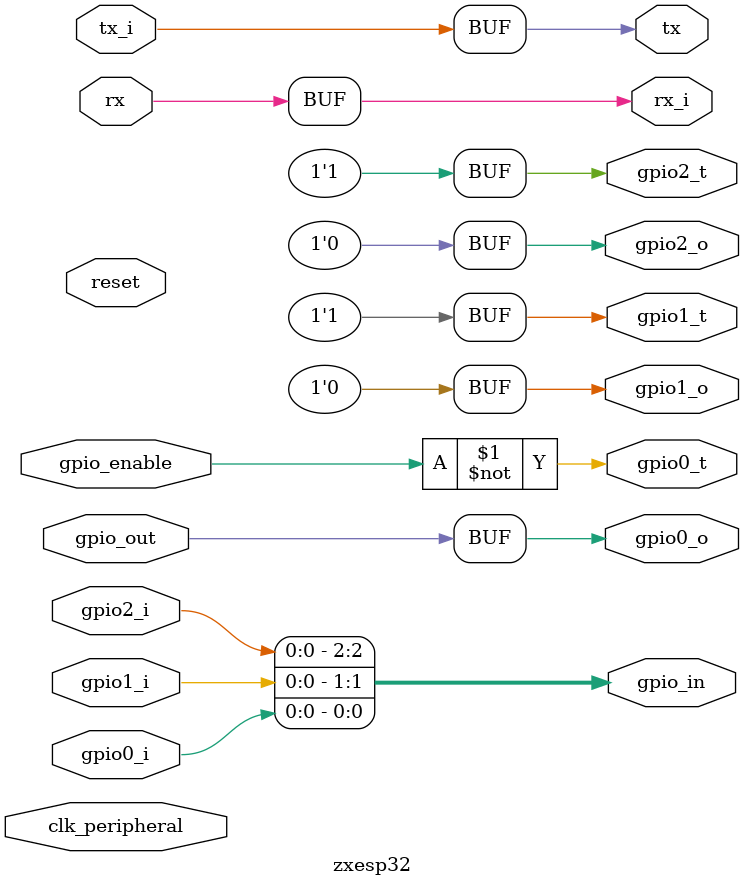
<source format=v>
`timescale 1ns / 1ps


module zxesp32(
    input 			tx_i,
    output 			rx_i,
    output	[2:0]	gpio_in,
    input 			gpio_out,
    input 			gpio_enable,
    
    output 			tx,
    input 			rx,
    
(* X_INTERFACE_INFO = "xilinx.com:interface:gpio:1.0 gpio0 TRI_I" *)
    input 			gpio0_i,
(* X_INTERFACE_INFO = "xilinx.com:interface:gpio:1.0 gpio0 TRI_O" *)
    output 			gpio0_o,
(* X_INTERFACE_INFO = "xilinx.com:interface:gpio:1.0 gpio0 TRI_T" *)
    output 			gpio0_t,

(* X_INTERFACE_INFO = "xilinx.com:interface:gpio:1.0 gpio1 TRI_I" *)
    input 			gpio1_i,
(* X_INTERFACE_INFO = "xilinx.com:interface:gpio:1.0 gpio1 TRI_O" *)
    output 			gpio1_o,
(* X_INTERFACE_INFO = "xilinx.com:interface:gpio:1.0 gpio1 TRI_T" *)
    output 			gpio1_t,

(* X_INTERFACE_INFO = "xilinx.com:interface:gpio:1.0 gpio2 TRI_I" *)
    input 			gpio2_i,
(* X_INTERFACE_INFO = "xilinx.com:interface:gpio:1.0 gpio2 TRI_O" *)
    output 			gpio2_o,
(* X_INTERFACE_INFO = "xilinx.com:interface:gpio:1.0 gpio2 TRI_T" *)
    output 			gpio2_t,
    
(* X_INTERFACE_INFO = "xilinx.com:signal:clock:1.0 clk_peripheral CLK" *)
(* X_INTERFACE_PARAMETER = "ASSOCIATED_RESET reset" *)	
    input 		clk_peripheral,
    
(* X_INTERFACE_INFO = "xilinx.com:signal:reset:1.0  reset  RST" *)
(* X_INTERFACE_PARAMETER = "POLARITY ACTIVE_HIGH" *)
    input	reset    
    
    );
    
    assign tx 			= tx_i;
    assign rx_i 		= rx;
    
    assign gpio_in[0]	= gpio0_i;
    assign gpio0_o 		= gpio_out;
    assign gpio0_t		= ~gpio_enable;
    
    assign gpio_in[1] 	= gpio1_i;
    assign gpio1_t 		= 1'b1;
    assign gpio1_o 		= 1'b0;
    
    assign gpio_in[2] 	= gpio2_i;
    assign gpio2_t 		= 1'b1;
    assign gpio2_o 		= 1'b0;
    
    
endmodule

</source>
